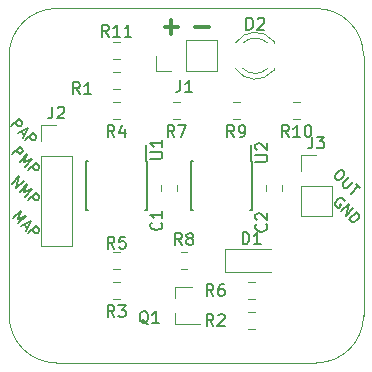
<source format=gbr>
%TF.GenerationSoftware,KiCad,Pcbnew,5.1.6+dfsg1-1~bpo10+1*%
%TF.CreationDate,2021-07-29T14:25:11+02:00*%
%TF.ProjectId,PW_Cond,50575f43-6f6e-4642-9e6b-696361645f70,rev?*%
%TF.SameCoordinates,Original*%
%TF.FileFunction,Legend,Top*%
%TF.FilePolarity,Positive*%
%FSLAX46Y46*%
G04 Gerber Fmt 4.6, Leading zero omitted, Abs format (unit mm)*
G04 Created by KiCad (PCBNEW 5.1.6+dfsg1-1~bpo10+1) date 2021-07-29 14:25:11*
%MOMM*%
%LPD*%
G01*
G04 APERTURE LIST*
%ADD10C,0.200000*%
%TA.AperFunction,Profile*%
%ADD11C,0.050000*%
%TD*%
%ADD12C,0.300000*%
%ADD13C,0.150000*%
%ADD14C,0.120000*%
G04 APERTURE END LIST*
D10*
X96175430Y-105973217D02*
X96811827Y-105336821D01*
X97054263Y-105579258D01*
X97084568Y-105670172D01*
X97084568Y-105730781D01*
X97054263Y-105821695D01*
X96963349Y-105912608D01*
X96872436Y-105942913D01*
X96811827Y-105942913D01*
X96720913Y-105912608D01*
X96478476Y-105670172D01*
X96963349Y-106397481D02*
X97266395Y-106700527D01*
X96720913Y-106518700D02*
X97569441Y-106094436D01*
X97145177Y-106942964D01*
X97357309Y-107155096D02*
X97993705Y-106518700D01*
X98236142Y-106761136D01*
X98266446Y-106852050D01*
X98266446Y-106912659D01*
X98236142Y-107003573D01*
X98145228Y-107094487D01*
X98054314Y-107124791D01*
X97993705Y-107124791D01*
X97902791Y-107094487D01*
X97660355Y-106852050D01*
X124418995Y-112274599D02*
X124388690Y-112183685D01*
X124297776Y-112092771D01*
X124176558Y-112032162D01*
X124055340Y-112032162D01*
X123964426Y-112062467D01*
X123812903Y-112153380D01*
X123721989Y-112244294D01*
X123631076Y-112395817D01*
X123600771Y-112486731D01*
X123600771Y-112607949D01*
X123661380Y-112729167D01*
X123721989Y-112789776D01*
X123843208Y-112850386D01*
X123903817Y-112850386D01*
X124115949Y-112638253D01*
X123994731Y-112517035D01*
X124115949Y-113183736D02*
X124752345Y-112547340D01*
X124479604Y-113547391D01*
X125116000Y-112910995D01*
X124782650Y-113850437D02*
X125419046Y-113214040D01*
X125570569Y-113365563D01*
X125631178Y-113486782D01*
X125631178Y-113608000D01*
X125600873Y-113698914D01*
X125509959Y-113850437D01*
X125419046Y-113941350D01*
X125267523Y-114032264D01*
X125176609Y-114062569D01*
X125055391Y-114062569D01*
X124934172Y-114001959D01*
X124782650Y-113850437D01*
X124237167Y-109746162D02*
X124358386Y-109867380D01*
X124388690Y-109958294D01*
X124388690Y-110079512D01*
X124297776Y-110231035D01*
X124085644Y-110443167D01*
X123934121Y-110534081D01*
X123812903Y-110534081D01*
X123721989Y-110503776D01*
X123600771Y-110382558D01*
X123570467Y-110291644D01*
X123570467Y-110170426D01*
X123661380Y-110018903D01*
X123873512Y-109806771D01*
X124025035Y-109715857D01*
X124146253Y-109715857D01*
X124237167Y-109746162D01*
X124782650Y-110291644D02*
X124267472Y-110806822D01*
X124237167Y-110897736D01*
X124237167Y-110958345D01*
X124267472Y-111049259D01*
X124388690Y-111170477D01*
X124479604Y-111200782D01*
X124540213Y-111200782D01*
X124631127Y-111170477D01*
X125146304Y-110655299D01*
X125358437Y-110867431D02*
X125722091Y-111231086D01*
X124903868Y-111685655D02*
X125540264Y-111049259D01*
X96338517Y-113756304D02*
X96974913Y-113119908D01*
X96732476Y-113786608D01*
X97399177Y-113544172D01*
X96762781Y-114180568D01*
X97217349Y-114271481D02*
X97520395Y-114574527D01*
X96974913Y-114392700D02*
X97823441Y-113968436D01*
X97399177Y-114816964D01*
X97611309Y-115029096D02*
X98247705Y-114392700D01*
X98490142Y-114635136D01*
X98520446Y-114726050D01*
X98520446Y-114786659D01*
X98490142Y-114877573D01*
X98399228Y-114968487D01*
X98308314Y-114998791D01*
X98247705Y-114998791D01*
X98156791Y-114968487D01*
X97914355Y-114726050D01*
X96217298Y-110841085D02*
X96853695Y-110204689D01*
X96580953Y-111204740D01*
X97217349Y-110568344D01*
X96883999Y-111507786D02*
X97520395Y-110871390D01*
X97277959Y-111538091D01*
X97944659Y-111295654D01*
X97308263Y-111932050D01*
X97611309Y-112235096D02*
X98247705Y-111598700D01*
X98490142Y-111841136D01*
X98520446Y-111932050D01*
X98520446Y-111992659D01*
X98490142Y-112083573D01*
X98399228Y-112174487D01*
X98308314Y-112204791D01*
X98247705Y-112204791D01*
X98156791Y-112174487D01*
X97914355Y-111932050D01*
X96247603Y-108331390D02*
X96883999Y-107694994D01*
X97126436Y-107937430D01*
X97156740Y-108028344D01*
X97156740Y-108088953D01*
X97126436Y-108179867D01*
X97035522Y-108270781D01*
X96944608Y-108301085D01*
X96883999Y-108301085D01*
X96793085Y-108270781D01*
X96550649Y-108028344D01*
X96883999Y-108967786D02*
X97520395Y-108331390D01*
X97277959Y-108998091D01*
X97944659Y-108755654D01*
X97308263Y-109392050D01*
X97611309Y-109695096D02*
X98247705Y-109058700D01*
X98490142Y-109301136D01*
X98520446Y-109392050D01*
X98520446Y-109452659D01*
X98490142Y-109543573D01*
X98399228Y-109634487D01*
X98308314Y-109664791D01*
X98247705Y-109664791D01*
X98156791Y-109634487D01*
X97914355Y-109392050D01*
D11*
X122000000Y-126000000D02*
X100000000Y-126000000D01*
D12*
X111747571Y-97567142D02*
X112890428Y-97567142D01*
X109158571Y-97567142D02*
X110301428Y-97567142D01*
X109730000Y-98138571D02*
X109730000Y-96995714D01*
D11*
X96000000Y-100000000D02*
G75*
G02*
X100000000Y-96000000I4000000J0D01*
G01*
X100000000Y-126000000D02*
G75*
G02*
X96000000Y-122000000I0J4000000D01*
G01*
X126000000Y-122000000D02*
G75*
G02*
X122000000Y-126000000I-4000000J0D01*
G01*
X122000000Y-96000000D02*
G75*
G02*
X126000000Y-100000000I0J-4000000D01*
G01*
X100000000Y-96000000D02*
X122000000Y-96000000D01*
X96000000Y-100000000D02*
X96000000Y-122000000D01*
X126000000Y-100000000D02*
X126000000Y-122000000D01*
D13*
%TO.C,U2*%
X116545000Y-108925000D02*
X116495000Y-108925000D01*
X116545000Y-113075000D02*
X116400000Y-113075000D01*
X111395000Y-113075000D02*
X111540000Y-113075000D01*
X111395000Y-108925000D02*
X111540000Y-108925000D01*
X116545000Y-108925000D02*
X116545000Y-113075000D01*
X111395000Y-108925000D02*
X111395000Y-113075000D01*
X116495000Y-108925000D02*
X116495000Y-107525000D01*
D14*
%TO.C,J3*%
X120670000Y-113600000D02*
X123330000Y-113600000D01*
X120670000Y-111000000D02*
X120670000Y-113600000D01*
X123330000Y-111000000D02*
X123330000Y-113600000D01*
X120670000Y-111000000D02*
X123330000Y-111000000D01*
X120670000Y-109730000D02*
X120670000Y-108400000D01*
X120670000Y-108400000D02*
X122000000Y-108400000D01*
D13*
%TO.C,U1*%
X107655000Y-108925000D02*
X107605000Y-108925000D01*
X107655000Y-113075000D02*
X107510000Y-113075000D01*
X102505000Y-113075000D02*
X102650000Y-113075000D01*
X102505000Y-108925000D02*
X102650000Y-108925000D01*
X107655000Y-108925000D02*
X107655000Y-113075000D01*
X102505000Y-108925000D02*
X102505000Y-113075000D01*
X107605000Y-108925000D02*
X107605000Y-107525000D01*
D14*
%TO.C,J2*%
X98670000Y-116140000D02*
X101330000Y-116140000D01*
X98670000Y-108460000D02*
X98670000Y-116140000D01*
X101330000Y-108460000D02*
X101330000Y-116140000D01*
X98670000Y-108460000D02*
X101330000Y-108460000D01*
X98670000Y-107190000D02*
X98670000Y-105860000D01*
X98670000Y-105860000D02*
X100000000Y-105860000D01*
%TO.C,R2*%
X116248748Y-121720000D02*
X116771252Y-121720000D01*
X116248748Y-123140000D02*
X116771252Y-123140000D01*
%TO.C,R5*%
X105341252Y-118060000D02*
X104818748Y-118060000D01*
X105341252Y-116640000D02*
X104818748Y-116640000D01*
%TO.C,C1*%
X108815000Y-111491252D02*
X108815000Y-110968748D01*
X110235000Y-111491252D02*
X110235000Y-110968748D01*
%TO.C,R4*%
X105341252Y-105360000D02*
X104818748Y-105360000D01*
X105341252Y-103940000D02*
X104818748Y-103940000D01*
%TO.C,D1*%
X114260000Y-116350000D02*
X114260000Y-118350000D01*
X114260000Y-118350000D02*
X118160000Y-118350000D01*
X114260000Y-116350000D02*
X118160000Y-116350000D01*
%TO.C,R10*%
X120581252Y-105360000D02*
X120058748Y-105360000D01*
X120581252Y-103940000D02*
X120058748Y-103940000D01*
%TO.C,R9*%
X114978748Y-103940000D02*
X115501252Y-103940000D01*
X114978748Y-105360000D02*
X115501252Y-105360000D01*
%TO.C,R7*%
X110421252Y-105360000D02*
X109898748Y-105360000D01*
X110421252Y-103940000D02*
X109898748Y-103940000D01*
%TO.C,R8*%
X111056252Y-118060000D02*
X110533748Y-118060000D01*
X111056252Y-116640000D02*
X110533748Y-116640000D01*
%TO.C,C2*%
X117705000Y-111491252D02*
X117705000Y-110968748D01*
X119125000Y-111491252D02*
X119125000Y-110968748D01*
%TO.C,R6*%
X116248748Y-119180000D02*
X116771252Y-119180000D01*
X116248748Y-120600000D02*
X116771252Y-120600000D01*
%TO.C,Q1*%
X110035000Y-119580000D02*
X110035000Y-120510000D01*
X110035000Y-122740000D02*
X110035000Y-121810000D01*
X110035000Y-122740000D02*
X112195000Y-122740000D01*
X110035000Y-119580000D02*
X111495000Y-119580000D01*
%TO.C,R11*%
X104818748Y-98860000D02*
X105341252Y-98860000D01*
X104818748Y-100280000D02*
X105341252Y-100280000D01*
%TO.C,R3*%
X105341252Y-120600000D02*
X104818748Y-120600000D01*
X105341252Y-119180000D02*
X104818748Y-119180000D01*
%TO.C,R1*%
X105341252Y-102820000D02*
X104818748Y-102820000D01*
X105341252Y-101400000D02*
X104818748Y-101400000D01*
%TO.C,J1*%
X113600000Y-101330000D02*
X113600000Y-98670000D01*
X111000000Y-101330000D02*
X113600000Y-101330000D01*
X111000000Y-98670000D02*
X113600000Y-98670000D01*
X111000000Y-101330000D02*
X111000000Y-98670000D01*
X109730000Y-101330000D02*
X108400000Y-101330000D01*
X108400000Y-101330000D02*
X108400000Y-100000000D01*
%TO.C,D2*%
X118390000Y-101236000D02*
X118390000Y-101080000D01*
X118390000Y-98920000D02*
X118390000Y-98764000D01*
X115788870Y-98920163D02*
G75*
G02*
X117870961Y-98920000I1041130J-1079837D01*
G01*
X115788870Y-101079837D02*
G75*
G03*
X117870961Y-101080000I1041130J1079837D01*
G01*
X115157665Y-98921392D02*
G75*
G02*
X118390000Y-98764484I1672335J-1078608D01*
G01*
X115157665Y-101078608D02*
G75*
G03*
X118390000Y-101235516I1672335J1078608D01*
G01*
%TD*%
%TO.C,U2*%
D13*
X116851380Y-108967904D02*
X117660904Y-108967904D01*
X117756142Y-108920285D01*
X117803761Y-108872666D01*
X117851380Y-108777428D01*
X117851380Y-108586952D01*
X117803761Y-108491714D01*
X117756142Y-108444095D01*
X117660904Y-108396476D01*
X116851380Y-108396476D01*
X116946619Y-107967904D02*
X116899000Y-107920285D01*
X116851380Y-107825047D01*
X116851380Y-107586952D01*
X116899000Y-107491714D01*
X116946619Y-107444095D01*
X117041857Y-107396476D01*
X117137095Y-107396476D01*
X117279952Y-107444095D01*
X117851380Y-108015523D01*
X117851380Y-107396476D01*
%TO.C,J3*%
X121666666Y-106852380D02*
X121666666Y-107566666D01*
X121619047Y-107709523D01*
X121523809Y-107804761D01*
X121380952Y-107852380D01*
X121285714Y-107852380D01*
X122047619Y-106852380D02*
X122666666Y-106852380D01*
X122333333Y-107233333D01*
X122476190Y-107233333D01*
X122571428Y-107280952D01*
X122619047Y-107328571D01*
X122666666Y-107423809D01*
X122666666Y-107661904D01*
X122619047Y-107757142D01*
X122571428Y-107804761D01*
X122476190Y-107852380D01*
X122190476Y-107852380D01*
X122095238Y-107804761D01*
X122047619Y-107757142D01*
%TO.C,U1*%
X107961380Y-108713904D02*
X108770904Y-108713904D01*
X108866142Y-108666285D01*
X108913761Y-108618666D01*
X108961380Y-108523428D01*
X108961380Y-108332952D01*
X108913761Y-108237714D01*
X108866142Y-108190095D01*
X108770904Y-108142476D01*
X107961380Y-108142476D01*
X108961380Y-107142476D02*
X108961380Y-107713904D01*
X108961380Y-107428190D02*
X107961380Y-107428190D01*
X108104238Y-107523428D01*
X108199476Y-107618666D01*
X108247095Y-107713904D01*
%TO.C,J2*%
X99666666Y-104312380D02*
X99666666Y-105026666D01*
X99619047Y-105169523D01*
X99523809Y-105264761D01*
X99380952Y-105312380D01*
X99285714Y-105312380D01*
X100095238Y-104407619D02*
X100142857Y-104360000D01*
X100238095Y-104312380D01*
X100476190Y-104312380D01*
X100571428Y-104360000D01*
X100619047Y-104407619D01*
X100666666Y-104502857D01*
X100666666Y-104598095D01*
X100619047Y-104740952D01*
X100047619Y-105312380D01*
X100666666Y-105312380D01*
%TO.C,R2*%
X113295333Y-122882380D02*
X112962000Y-122406190D01*
X112723904Y-122882380D02*
X112723904Y-121882380D01*
X113104857Y-121882380D01*
X113200095Y-121930000D01*
X113247714Y-121977619D01*
X113295333Y-122072857D01*
X113295333Y-122215714D01*
X113247714Y-122310952D01*
X113200095Y-122358571D01*
X113104857Y-122406190D01*
X112723904Y-122406190D01*
X113676285Y-121977619D02*
X113723904Y-121930000D01*
X113819142Y-121882380D01*
X114057238Y-121882380D01*
X114152476Y-121930000D01*
X114200095Y-121977619D01*
X114247714Y-122072857D01*
X114247714Y-122168095D01*
X114200095Y-122310952D01*
X113628666Y-122882380D01*
X114247714Y-122882380D01*
%TO.C,R5*%
X104913333Y-116327380D02*
X104580000Y-115851190D01*
X104341904Y-116327380D02*
X104341904Y-115327380D01*
X104722857Y-115327380D01*
X104818095Y-115375000D01*
X104865714Y-115422619D01*
X104913333Y-115517857D01*
X104913333Y-115660714D01*
X104865714Y-115755952D01*
X104818095Y-115803571D01*
X104722857Y-115851190D01*
X104341904Y-115851190D01*
X105818095Y-115327380D02*
X105341904Y-115327380D01*
X105294285Y-115803571D01*
X105341904Y-115755952D01*
X105437142Y-115708333D01*
X105675238Y-115708333D01*
X105770476Y-115755952D01*
X105818095Y-115803571D01*
X105865714Y-115898809D01*
X105865714Y-116136904D01*
X105818095Y-116232142D01*
X105770476Y-116279761D01*
X105675238Y-116327380D01*
X105437142Y-116327380D01*
X105341904Y-116279761D01*
X105294285Y-116232142D01*
%TO.C,C1*%
X108866142Y-114136666D02*
X108913761Y-114184285D01*
X108961380Y-114327142D01*
X108961380Y-114422380D01*
X108913761Y-114565238D01*
X108818523Y-114660476D01*
X108723285Y-114708095D01*
X108532809Y-114755714D01*
X108389952Y-114755714D01*
X108199476Y-114708095D01*
X108104238Y-114660476D01*
X108009000Y-114565238D01*
X107961380Y-114422380D01*
X107961380Y-114327142D01*
X108009000Y-114184285D01*
X108056619Y-114136666D01*
X108961380Y-113184285D02*
X108961380Y-113755714D01*
X108961380Y-113470000D02*
X107961380Y-113470000D01*
X108104238Y-113565238D01*
X108199476Y-113660476D01*
X108247095Y-113755714D01*
%TO.C,R4*%
X104913333Y-106880380D02*
X104580000Y-106404190D01*
X104341904Y-106880380D02*
X104341904Y-105880380D01*
X104722857Y-105880380D01*
X104818095Y-105928000D01*
X104865714Y-105975619D01*
X104913333Y-106070857D01*
X104913333Y-106213714D01*
X104865714Y-106308952D01*
X104818095Y-106356571D01*
X104722857Y-106404190D01*
X104341904Y-106404190D01*
X105770476Y-106213714D02*
X105770476Y-106880380D01*
X105532380Y-105832761D02*
X105294285Y-106547047D01*
X105913333Y-106547047D01*
%TO.C,D1*%
X115771904Y-115946380D02*
X115771904Y-114946380D01*
X116010000Y-114946380D01*
X116152857Y-114994000D01*
X116248095Y-115089238D01*
X116295714Y-115184476D01*
X116343333Y-115374952D01*
X116343333Y-115517809D01*
X116295714Y-115708285D01*
X116248095Y-115803523D01*
X116152857Y-115898761D01*
X116010000Y-115946380D01*
X115771904Y-115946380D01*
X117295714Y-115946380D02*
X116724285Y-115946380D01*
X117010000Y-115946380D02*
X117010000Y-114946380D01*
X116914761Y-115089238D01*
X116819523Y-115184476D01*
X116724285Y-115232095D01*
%TO.C,R10*%
X119677142Y-106880380D02*
X119343809Y-106404190D01*
X119105714Y-106880380D02*
X119105714Y-105880380D01*
X119486666Y-105880380D01*
X119581904Y-105928000D01*
X119629523Y-105975619D01*
X119677142Y-106070857D01*
X119677142Y-106213714D01*
X119629523Y-106308952D01*
X119581904Y-106356571D01*
X119486666Y-106404190D01*
X119105714Y-106404190D01*
X120629523Y-106880380D02*
X120058095Y-106880380D01*
X120343809Y-106880380D02*
X120343809Y-105880380D01*
X120248571Y-106023238D01*
X120153333Y-106118476D01*
X120058095Y-106166095D01*
X121248571Y-105880380D02*
X121343809Y-105880380D01*
X121439047Y-105928000D01*
X121486666Y-105975619D01*
X121534285Y-106070857D01*
X121581904Y-106261333D01*
X121581904Y-106499428D01*
X121534285Y-106689904D01*
X121486666Y-106785142D01*
X121439047Y-106832761D01*
X121343809Y-106880380D01*
X121248571Y-106880380D01*
X121153333Y-106832761D01*
X121105714Y-106785142D01*
X121058095Y-106689904D01*
X121010476Y-106499428D01*
X121010476Y-106261333D01*
X121058095Y-106070857D01*
X121105714Y-105975619D01*
X121153333Y-105928000D01*
X121248571Y-105880380D01*
%TO.C,R9*%
X115048333Y-106880380D02*
X114715000Y-106404190D01*
X114476904Y-106880380D02*
X114476904Y-105880380D01*
X114857857Y-105880380D01*
X114953095Y-105928000D01*
X115000714Y-105975619D01*
X115048333Y-106070857D01*
X115048333Y-106213714D01*
X115000714Y-106308952D01*
X114953095Y-106356571D01*
X114857857Y-106404190D01*
X114476904Y-106404190D01*
X115524523Y-106880380D02*
X115715000Y-106880380D01*
X115810238Y-106832761D01*
X115857857Y-106785142D01*
X115953095Y-106642285D01*
X116000714Y-106451809D01*
X116000714Y-106070857D01*
X115953095Y-105975619D01*
X115905476Y-105928000D01*
X115810238Y-105880380D01*
X115619761Y-105880380D01*
X115524523Y-105928000D01*
X115476904Y-105975619D01*
X115429285Y-106070857D01*
X115429285Y-106308952D01*
X115476904Y-106404190D01*
X115524523Y-106451809D01*
X115619761Y-106499428D01*
X115810238Y-106499428D01*
X115905476Y-106451809D01*
X115953095Y-106404190D01*
X116000714Y-106308952D01*
%TO.C,R7*%
X109993333Y-106880380D02*
X109660000Y-106404190D01*
X109421904Y-106880380D02*
X109421904Y-105880380D01*
X109802857Y-105880380D01*
X109898095Y-105928000D01*
X109945714Y-105975619D01*
X109993333Y-106070857D01*
X109993333Y-106213714D01*
X109945714Y-106308952D01*
X109898095Y-106356571D01*
X109802857Y-106404190D01*
X109421904Y-106404190D01*
X110326666Y-105880380D02*
X110993333Y-105880380D01*
X110564761Y-106880380D01*
%TO.C,R8*%
X110628333Y-116024380D02*
X110295000Y-115548190D01*
X110056904Y-116024380D02*
X110056904Y-115024380D01*
X110437857Y-115024380D01*
X110533095Y-115072000D01*
X110580714Y-115119619D01*
X110628333Y-115214857D01*
X110628333Y-115357714D01*
X110580714Y-115452952D01*
X110533095Y-115500571D01*
X110437857Y-115548190D01*
X110056904Y-115548190D01*
X111199761Y-115452952D02*
X111104523Y-115405333D01*
X111056904Y-115357714D01*
X111009285Y-115262476D01*
X111009285Y-115214857D01*
X111056904Y-115119619D01*
X111104523Y-115072000D01*
X111199761Y-115024380D01*
X111390238Y-115024380D01*
X111485476Y-115072000D01*
X111533095Y-115119619D01*
X111580714Y-115214857D01*
X111580714Y-115262476D01*
X111533095Y-115357714D01*
X111485476Y-115405333D01*
X111390238Y-115452952D01*
X111199761Y-115452952D01*
X111104523Y-115500571D01*
X111056904Y-115548190D01*
X111009285Y-115643428D01*
X111009285Y-115833904D01*
X111056904Y-115929142D01*
X111104523Y-115976761D01*
X111199761Y-116024380D01*
X111390238Y-116024380D01*
X111485476Y-115976761D01*
X111533095Y-115929142D01*
X111580714Y-115833904D01*
X111580714Y-115643428D01*
X111533095Y-115548190D01*
X111485476Y-115500571D01*
X111390238Y-115452952D01*
%TO.C,C2*%
X117756142Y-114263666D02*
X117803761Y-114311285D01*
X117851380Y-114454142D01*
X117851380Y-114549380D01*
X117803761Y-114692238D01*
X117708523Y-114787476D01*
X117613285Y-114835095D01*
X117422809Y-114882714D01*
X117279952Y-114882714D01*
X117089476Y-114835095D01*
X116994238Y-114787476D01*
X116899000Y-114692238D01*
X116851380Y-114549380D01*
X116851380Y-114454142D01*
X116899000Y-114311285D01*
X116946619Y-114263666D01*
X116946619Y-113882714D02*
X116899000Y-113835095D01*
X116851380Y-113739857D01*
X116851380Y-113501761D01*
X116899000Y-113406523D01*
X116946619Y-113358904D01*
X117041857Y-113311285D01*
X117137095Y-113311285D01*
X117279952Y-113358904D01*
X117851380Y-113930333D01*
X117851380Y-113311285D01*
%TO.C,R6*%
X113295333Y-120342380D02*
X112962000Y-119866190D01*
X112723904Y-120342380D02*
X112723904Y-119342380D01*
X113104857Y-119342380D01*
X113200095Y-119390000D01*
X113247714Y-119437619D01*
X113295333Y-119532857D01*
X113295333Y-119675714D01*
X113247714Y-119770952D01*
X113200095Y-119818571D01*
X113104857Y-119866190D01*
X112723904Y-119866190D01*
X114152476Y-119342380D02*
X113962000Y-119342380D01*
X113866761Y-119390000D01*
X113819142Y-119437619D01*
X113723904Y-119580476D01*
X113676285Y-119770952D01*
X113676285Y-120151904D01*
X113723904Y-120247142D01*
X113771523Y-120294761D01*
X113866761Y-120342380D01*
X114057238Y-120342380D01*
X114152476Y-120294761D01*
X114200095Y-120247142D01*
X114247714Y-120151904D01*
X114247714Y-119913809D01*
X114200095Y-119818571D01*
X114152476Y-119770952D01*
X114057238Y-119723333D01*
X113866761Y-119723333D01*
X113771523Y-119770952D01*
X113723904Y-119818571D01*
X113676285Y-119913809D01*
%TO.C,Q1*%
X107778761Y-122723619D02*
X107683523Y-122676000D01*
X107588285Y-122580761D01*
X107445428Y-122437904D01*
X107350190Y-122390285D01*
X107254952Y-122390285D01*
X107302571Y-122628380D02*
X107207333Y-122580761D01*
X107112095Y-122485523D01*
X107064476Y-122295047D01*
X107064476Y-121961714D01*
X107112095Y-121771238D01*
X107207333Y-121676000D01*
X107302571Y-121628380D01*
X107493047Y-121628380D01*
X107588285Y-121676000D01*
X107683523Y-121771238D01*
X107731142Y-121961714D01*
X107731142Y-122295047D01*
X107683523Y-122485523D01*
X107588285Y-122580761D01*
X107493047Y-122628380D01*
X107302571Y-122628380D01*
X108683523Y-122628380D02*
X108112095Y-122628380D01*
X108397809Y-122628380D02*
X108397809Y-121628380D01*
X108302571Y-121771238D01*
X108207333Y-121866476D01*
X108112095Y-121914095D01*
%TO.C,R11*%
X104437142Y-98372380D02*
X104103809Y-97896190D01*
X103865714Y-98372380D02*
X103865714Y-97372380D01*
X104246666Y-97372380D01*
X104341904Y-97420000D01*
X104389523Y-97467619D01*
X104437142Y-97562857D01*
X104437142Y-97705714D01*
X104389523Y-97800952D01*
X104341904Y-97848571D01*
X104246666Y-97896190D01*
X103865714Y-97896190D01*
X105389523Y-98372380D02*
X104818095Y-98372380D01*
X105103809Y-98372380D02*
X105103809Y-97372380D01*
X105008571Y-97515238D01*
X104913333Y-97610476D01*
X104818095Y-97658095D01*
X106341904Y-98372380D02*
X105770476Y-98372380D01*
X106056190Y-98372380D02*
X106056190Y-97372380D01*
X105960952Y-97515238D01*
X105865714Y-97610476D01*
X105770476Y-97658095D01*
%TO.C,R3*%
X104913333Y-122120380D02*
X104580000Y-121644190D01*
X104341904Y-122120380D02*
X104341904Y-121120380D01*
X104722857Y-121120380D01*
X104818095Y-121168000D01*
X104865714Y-121215619D01*
X104913333Y-121310857D01*
X104913333Y-121453714D01*
X104865714Y-121548952D01*
X104818095Y-121596571D01*
X104722857Y-121644190D01*
X104341904Y-121644190D01*
X105246666Y-121120380D02*
X105865714Y-121120380D01*
X105532380Y-121501333D01*
X105675238Y-121501333D01*
X105770476Y-121548952D01*
X105818095Y-121596571D01*
X105865714Y-121691809D01*
X105865714Y-121929904D01*
X105818095Y-122025142D01*
X105770476Y-122072761D01*
X105675238Y-122120380D01*
X105389523Y-122120380D01*
X105294285Y-122072761D01*
X105246666Y-122025142D01*
%TO.C,R1*%
X101992333Y-103246380D02*
X101659000Y-102770190D01*
X101420904Y-103246380D02*
X101420904Y-102246380D01*
X101801857Y-102246380D01*
X101897095Y-102294000D01*
X101944714Y-102341619D01*
X101992333Y-102436857D01*
X101992333Y-102579714D01*
X101944714Y-102674952D01*
X101897095Y-102722571D01*
X101801857Y-102770190D01*
X101420904Y-102770190D01*
X102944714Y-103246380D02*
X102373285Y-103246380D01*
X102659000Y-103246380D02*
X102659000Y-102246380D01*
X102563761Y-102389238D01*
X102468523Y-102484476D01*
X102373285Y-102532095D01*
%TO.C,J1*%
X110490666Y-102070380D02*
X110490666Y-102784666D01*
X110443047Y-102927523D01*
X110347809Y-103022761D01*
X110204952Y-103070380D01*
X110109714Y-103070380D01*
X111490666Y-103070380D02*
X110919238Y-103070380D01*
X111204952Y-103070380D02*
X111204952Y-102070380D01*
X111109714Y-102213238D01*
X111014476Y-102308476D01*
X110919238Y-102356095D01*
%TO.C,D2*%
X116091904Y-97785380D02*
X116091904Y-96785380D01*
X116330000Y-96785380D01*
X116472857Y-96833000D01*
X116568095Y-96928238D01*
X116615714Y-97023476D01*
X116663333Y-97213952D01*
X116663333Y-97356809D01*
X116615714Y-97547285D01*
X116568095Y-97642523D01*
X116472857Y-97737761D01*
X116330000Y-97785380D01*
X116091904Y-97785380D01*
X117044285Y-96880619D02*
X117091904Y-96833000D01*
X117187142Y-96785380D01*
X117425238Y-96785380D01*
X117520476Y-96833000D01*
X117568095Y-96880619D01*
X117615714Y-96975857D01*
X117615714Y-97071095D01*
X117568095Y-97213952D01*
X116996666Y-97785380D01*
X117615714Y-97785380D01*
%TD*%
M02*

</source>
